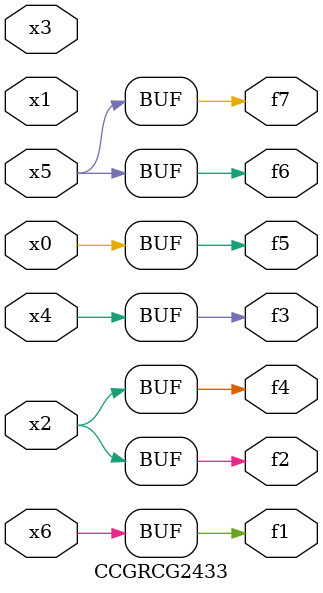
<source format=v>
module CCGRCG2433(
	input x0, x1, x2, x3, x4, x5, x6,
	output f1, f2, f3, f4, f5, f6, f7
);
	assign f1 = x6;
	assign f2 = x2;
	assign f3 = x4;
	assign f4 = x2;
	assign f5 = x0;
	assign f6 = x5;
	assign f7 = x5;
endmodule

</source>
